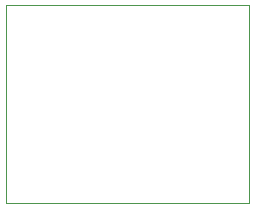
<source format=gbr>
G04 #@! TF.GenerationSoftware,KiCad,Pcbnew,(5.1.2-1)-1*
G04 #@! TF.CreationDate,2019-11-08T10:28:15-05:00*
G04 #@! TF.ProjectId,flow_rate,666c6f77-5f72-4617-9465-2e6b69636164,rev?*
G04 #@! TF.SameCoordinates,Original*
G04 #@! TF.FileFunction,Profile,NP*
%FSLAX46Y46*%
G04 Gerber Fmt 4.6, Leading zero omitted, Abs format (unit mm)*
G04 Created by KiCad (PCBNEW (5.1.2-1)-1) date 2019-11-08 10:28:15*
%MOMM*%
%LPD*%
G04 APERTURE LIST*
%ADD10C,0.050000*%
G04 APERTURE END LIST*
D10*
X199390000Y-37084000D02*
X219964000Y-37084000D01*
X199390000Y-53848000D02*
X199390000Y-37084000D01*
X219964000Y-53848000D02*
X199390000Y-53848000D01*
X219964000Y-37084000D02*
X219964000Y-53848000D01*
M02*

</source>
